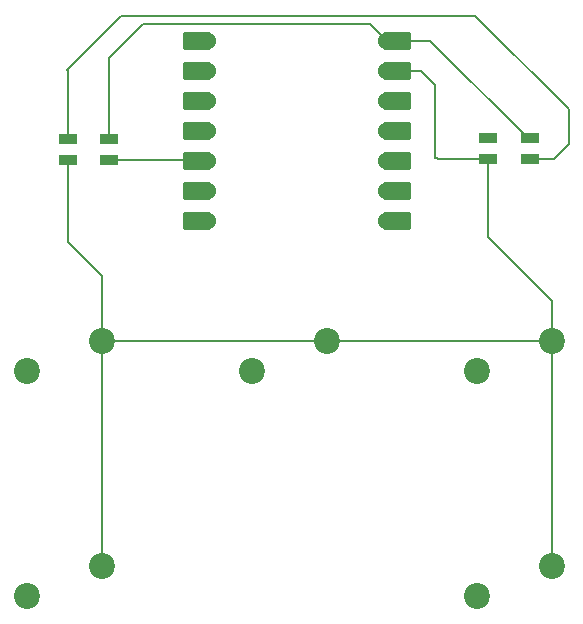
<source format=gbr>
%TF.GenerationSoftware,KiCad,Pcbnew,9.0.2*%
%TF.CreationDate,2025-07-03T17:25:43-07:00*%
%TF.ProjectId,new_proj,6e65775f-7072-46f6-9a2e-6b696361645f,rev?*%
%TF.SameCoordinates,Original*%
%TF.FileFunction,Copper,L1,Top*%
%TF.FilePolarity,Positive*%
%FSLAX46Y46*%
G04 Gerber Fmt 4.6, Leading zero omitted, Abs format (unit mm)*
G04 Created by KiCad (PCBNEW 9.0.2) date 2025-07-03 17:25:43*
%MOMM*%
%LPD*%
G01*
G04 APERTURE LIST*
G04 Aperture macros list*
%AMRoundRect*
0 Rectangle with rounded corners*
0 $1 Rounding radius*
0 $2 $3 $4 $5 $6 $7 $8 $9 X,Y pos of 4 corners*
0 Add a 4 corners polygon primitive as box body*
4,1,4,$2,$3,$4,$5,$6,$7,$8,$9,$2,$3,0*
0 Add four circle primitives for the rounded corners*
1,1,$1+$1,$2,$3*
1,1,$1+$1,$4,$5*
1,1,$1+$1,$6,$7*
1,1,$1+$1,$8,$9*
0 Add four rect primitives between the rounded corners*
20,1,$1+$1,$2,$3,$4,$5,0*
20,1,$1+$1,$4,$5,$6,$7,0*
20,1,$1+$1,$6,$7,$8,$9,0*
20,1,$1+$1,$8,$9,$2,$3,0*%
G04 Aperture macros list end*
%TA.AperFunction,ComponentPad*%
%ADD10C,2.200000*%
%TD*%
%TA.AperFunction,SMDPad,CuDef*%
%ADD11R,1.600000X0.850000*%
%TD*%
%TA.AperFunction,SMDPad,CuDef*%
%ADD12RoundRect,0.152400X1.063600X0.609600X-1.063600X0.609600X-1.063600X-0.609600X1.063600X-0.609600X0*%
%TD*%
%TA.AperFunction,ComponentPad*%
%ADD13C,1.524000*%
%TD*%
%TA.AperFunction,SMDPad,CuDef*%
%ADD14RoundRect,0.152400X-1.063600X-0.609600X1.063600X-0.609600X1.063600X0.609600X-1.063600X0.609600X0*%
%TD*%
%TA.AperFunction,Conductor*%
%ADD15C,0.200000*%
%TD*%
G04 APERTURE END LIST*
D10*
%TO.P,SW1,1,1*%
%TO.N,GND*%
X96440000Y-58320000D03*
%TO.P,SW1,2,2*%
%TO.N,Net-(U1-GPIO1{slash}RX)*%
X90090000Y-60860000D03*
%TD*%
D11*
%TO.P,D1,1,DOUT*%
%TO.N,unconnected-(D1-DOUT-Pad1)*%
X91050000Y-41125000D03*
%TO.P,D1,2,VSS*%
%TO.N,GND*%
X91050000Y-42875000D03*
%TO.P,D1,3,DIN*%
%TO.N,Net-(D1-DIN)*%
X94550000Y-42875000D03*
%TO.P,D1,4,VDD*%
%TO.N,+5V*%
X94550000Y-41125000D03*
%TD*%
%TO.P,D2,1,DOUT*%
%TO.N,Net-(D1-DIN)*%
X55450000Y-41225000D03*
%TO.P,D2,2,VSS*%
%TO.N,GND*%
X55450000Y-42975000D03*
%TO.P,D2,3,DIN*%
%TO.N,Net-(D2-DIN)*%
X58950000Y-42975000D03*
%TO.P,D2,4,VDD*%
%TO.N,+5V*%
X58950000Y-41225000D03*
%TD*%
D10*
%TO.P,SW5,1,1*%
%TO.N,GND*%
X58340000Y-77370000D03*
%TO.P,SW5,2,2*%
%TO.N,Net-(U1-GPIO29{slash}ADC3{slash}A3)*%
X51990000Y-79910000D03*
%TD*%
%TO.P,SW4,1,1*%
%TO.N,GND*%
X96440000Y-77370000D03*
%TO.P,SW4,2,2*%
%TO.N,Net-(U1-GPIO3{slash}MOSI)*%
X90090000Y-79910000D03*
%TD*%
%TO.P,SW3,1,1*%
%TO.N,GND*%
X58340000Y-58320000D03*
%TO.P,SW3,2,2*%
%TO.N,Net-(U1-GPIO4{slash}MISO)*%
X51990000Y-60860000D03*
%TD*%
%TO.P,SW2,1,1*%
%TO.N,GND*%
X77390000Y-58320000D03*
%TO.P,SW2,2,2*%
%TO.N,Net-(U1-GPIO2{slash}SCK)*%
X71040000Y-60860000D03*
%TD*%
D12*
%TO.P,U1,1,GPIO26/ADC0/A0*%
%TO.N,unconnected-(U1-GPIO26{slash}ADC0{slash}A0-Pad1)*%
X66425000Y-32900000D03*
D13*
X67260000Y-32900000D03*
D12*
%TO.P,U1,2,GPIO27/ADC1/A1*%
%TO.N,unconnected-(U1-GPIO27{slash}ADC1{slash}A1-Pad2)*%
X66425000Y-35440000D03*
D13*
X67260000Y-35440000D03*
D12*
%TO.P,U1,3,GPIO28/ADC2/A2*%
%TO.N,unconnected-(U1-GPIO28{slash}ADC2{slash}A2-Pad3)*%
X66425000Y-37980000D03*
D13*
X67260000Y-37980000D03*
D12*
%TO.P,U1,4,GPIO29/ADC3/A3*%
%TO.N,Net-(U1-GPIO29{slash}ADC3{slash}A3)*%
X66425000Y-40520000D03*
D13*
X67260000Y-40520000D03*
D12*
%TO.P,U1,5,GPIO6/SDA*%
%TO.N,Net-(D2-DIN)*%
X66425000Y-43060000D03*
D13*
X67260000Y-43060000D03*
D12*
%TO.P,U1,6,GPIO7/SCL*%
%TO.N,unconnected-(U1-GPIO7{slash}SCL-Pad6)*%
X66425000Y-45600000D03*
D13*
X67260000Y-45600000D03*
D12*
%TO.P,U1,7,GPIO0/TX*%
%TO.N,unconnected-(U1-GPIO0{slash}TX-Pad7)*%
X66425000Y-48140000D03*
D13*
X67260000Y-48140000D03*
%TO.P,U1,8,GPIO1/RX*%
%TO.N,Net-(U1-GPIO1{slash}RX)*%
X82500000Y-48140000D03*
D14*
X83335000Y-48140000D03*
D13*
%TO.P,U1,9,GPIO2/SCK*%
%TO.N,Net-(U1-GPIO2{slash}SCK)*%
X82500000Y-45600000D03*
D14*
X83335000Y-45600000D03*
D13*
%TO.P,U1,10,GPIO4/MISO*%
%TO.N,Net-(U1-GPIO4{slash}MISO)*%
X82500000Y-43060000D03*
D14*
X83335000Y-43060000D03*
D13*
%TO.P,U1,11,GPIO3/MOSI*%
%TO.N,Net-(U1-GPIO3{slash}MOSI)*%
X82500000Y-40520000D03*
D14*
X83335000Y-40520000D03*
D13*
%TO.P,U1,12,3V3*%
%TO.N,unconnected-(U1-3V3-Pad12)*%
X82500000Y-37980000D03*
D14*
X83335000Y-37980000D03*
D13*
%TO.P,U1,13,GND*%
%TO.N,GND*%
X82500000Y-35440000D03*
D14*
X83335000Y-35440000D03*
D13*
%TO.P,U1,14,VBUS*%
%TO.N,+5V*%
X82500000Y-32900000D03*
D14*
X83335000Y-32900000D03*
%TD*%
D15*
%TO.N,GND*%
X77390000Y-58320000D02*
X58340000Y-58320000D01*
X58340000Y-58320000D02*
X58340000Y-77370000D01*
X91050000Y-42875000D02*
X91050000Y-49500000D01*
X96440000Y-58320000D02*
X96440000Y-77370000D01*
X91050000Y-49500000D02*
X96440000Y-54890000D01*
X86825000Y-42875000D02*
X91050000Y-42875000D01*
X55450000Y-49950000D02*
X58340000Y-52840000D01*
X82500000Y-35440000D02*
X85390000Y-35440000D01*
X86750000Y-42800000D02*
X86825000Y-42875000D01*
X85390000Y-35440000D02*
X86550000Y-36600000D01*
X55450000Y-42975000D02*
X55450000Y-49950000D01*
X96440000Y-58320000D02*
X77390000Y-58320000D01*
X86550000Y-42800000D02*
X86750000Y-42800000D01*
X58340000Y-52840000D02*
X58340000Y-58320000D01*
X96440000Y-54890000D02*
X96440000Y-58320000D01*
X86550000Y-36600000D02*
X86550000Y-42800000D01*
%TO.N,Net-(D1-DIN)*%
X89950000Y-30751000D02*
X97850000Y-38651000D01*
X96625000Y-42875000D02*
X94550000Y-42875000D01*
X55450000Y-35400000D02*
X55400000Y-35350000D01*
X97850000Y-38651000D02*
X97850000Y-41650000D01*
X97850000Y-41650000D02*
X96625000Y-42875000D01*
X55400000Y-35350000D02*
X59999000Y-30751000D01*
X59999000Y-30751000D02*
X89950000Y-30751000D01*
X55450000Y-41225000D02*
X55450000Y-35400000D01*
%TO.N,+5V*%
X83335000Y-32900000D02*
X86150000Y-32900000D01*
X86150000Y-32900000D02*
X94375000Y-41125000D01*
X61850000Y-31450000D02*
X81150000Y-31450000D01*
X58950000Y-41225000D02*
X58950000Y-34350000D01*
X94375000Y-41125000D02*
X94550000Y-41125000D01*
X81150000Y-31450000D02*
X81150000Y-31550000D01*
X58950000Y-34350000D02*
X61850000Y-31450000D01*
X81150000Y-31550000D02*
X82500000Y-32900000D01*
%TO.N,Net-(D2-DIN)*%
X58950000Y-42975000D02*
X66340000Y-42975000D01*
X66340000Y-42975000D02*
X66425000Y-43060000D01*
%TD*%
M02*

</source>
